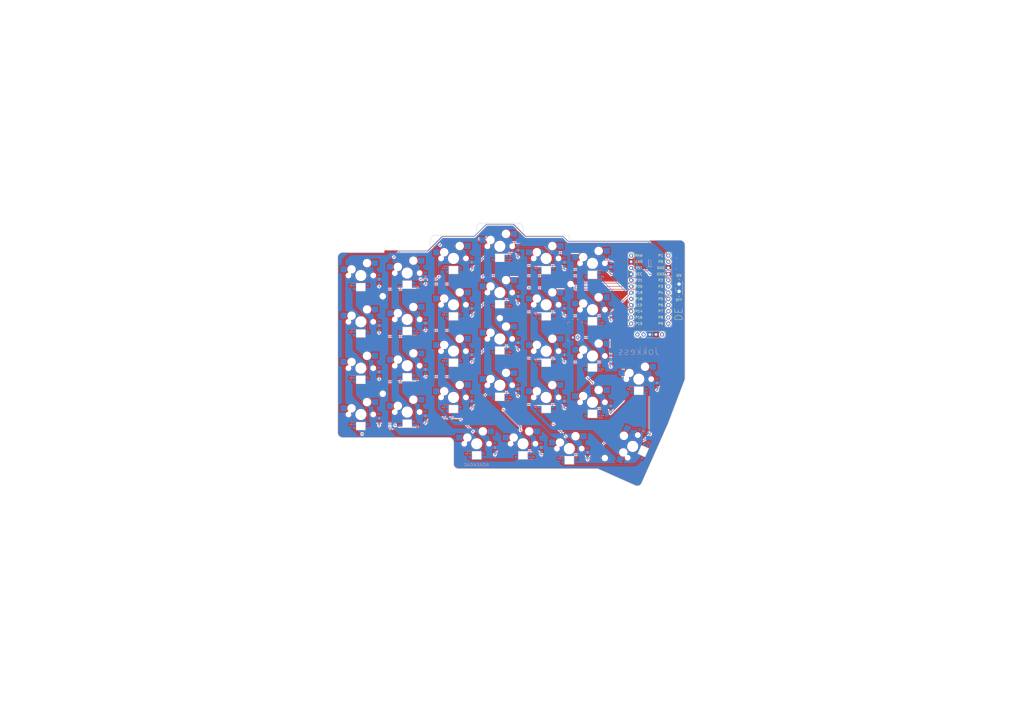
<source format=kicad_pcb>
(kicad_pcb (version 20240108) (generator "pcbnew") (generator_version "8.0")
  (title_block (title "left") (date "2024-12-26") (rev "0.1") (company "jokkess"))
  (layers (0 "F.Cu" signal) (31 "B.Cu" signal) (34 "B.Paste" user) (35 "F.Paste" user) (36 "B.SilkS" user "B.Silkscreen") (37 "F.SilkS" user "F.Silkscreen") (38 "B.Mask" user) (39 "F.Mask" user) (44 "Edge.Cuts" user))
  (net 0 "")
  (net 1 "P1")
  (net 2 "outer_bottom")
  (net 3 "GND")
  (net 4 "outer_home")
  (net 5 "outer_top")
  (net 6 "outer_number")
  (net 7 "P0")
  (net 8 "pinky_bottom")
  (net 9 "pinky_home")
  (net 10 "pinky_top")
  (net 11 "pinky_number")
  (net 12 "P2")
  (net 13 "ring_bottom")
  (net 14 "ring_home")
  (net 15 "ring_top")
  (net 16 "ring_number")
  (net 17 "P3")
  (net 18 "middle_bottom")
  (net 19 "middle_home")
  (net 20 "middle_top")
  (net 21 "middle_number")
  (net 22 "P4")
  (net 23 "index_bottom")
  (net 24 "index_home")
  (net 25 "index_top")
  (net 26 "index_number")
  (net 27 "P20")
  (net 28 "inner_bottom")
  (net 29 "inner_home")
  (net 30 "inner_top")
  (net 31 "inner_number")
  (net 32 "near_bottom")
  (net 33 "home_bottom")
  (net 34 "far_bottom")
  (net 35 "double_bottom")
  (net 36 "main_main")
  (net 37 "VCC")
  (net 38 "LED_26")
  (net 39 "LED_25")
  (net 40 "LED_27")
  (net 41 "LED_28")
  (net 42 "LED_29")
  (net 43 "LED_18")
  (net 44 "LED_17")
  (net 45 "LED_19")
  (net 46 "LED_20")
  (net 47 "LED_21")
  (net 48 "LED_8")
  (net 49 "LED_7")
  (net 50 "LED_9")
  (net 51 "LED_10")
  (net 52 "LED_11")
  (net 53 "LED_16")
  (net 54 "LED_6")
  (net 55 "LED_5")
  (net 56 "LED_4")
  (net 57 "LED_24")
  (net 58 "LED_23")
  (net 59 "LED_22")
  (net 60 "LED_15")
  (net 61 "LED_14")
  (net 62 "LED_13")
  (net 63 "LED_12")
  (net 64 "LED_3")
  (net 65 "LED_2")
  (net 66 "LED_1")
  (net 67 "LED_0")
  (net 68 "RAW")
  (net 69 "RST")
  (net 70 "P21")
  (net 71 "P19")
  (net 72 "P18")
  (net 73 "P14")
  (net 74 "P16")
  (net 75 "P10")
  (net 76 "P5")
  (net 77 "P6")
  (net 78 "P7")
  (net 79 "P8")
  (net 80 "P9")
  (net 81 "pos")
  (footprint "ceoloide:mounting_hole_npth" (layer "F.Cu") (at 157 121.5)
    (property "Reference" "MH3" (hide yes))
    (property "Value" "")
  )
  (footprint "ceoloide:mounting_hole_npth" (layer "F.Cu") (at 205 130.5)
    (property "Reference" "MH5" (hide yes))
    (property "Value" "")
  )
  (footprint "ceoloide:power_switch_smd_side" (layer "F.Cu") (at 278.5 118)
    (property "Reference" "PWR1" (hide yes))
    (property "Value" "")
  )
  (footprint "ceoloide:mounting_hole_npth" (layer "F.Cu") (at 248.074234 187.864648 66)
    (property "Reference" "MH1" (hide yes))
    (property "Value" "")
  )
  (footprint "ceoloide:mcu_supermini_nrf52840" (layer "F.Cu") (at 266.5 117.5)
    (property "Reference" "MCU1" (hide yes))
    (property "Value" "")
  )
  (footprint "ceoloide:display_nice_view" (layer "F.Cu") (at 266.5 120.5)
    (property "Reference" "DISP1" (hide yes))
    (property "Value" "")
  )
  (footprint "ceoloide:reset_switch_smd_side" (layer "F.Cu") (at 279 108 -90)
    (property "Reference" "RST1" (hide yes))
    (property "Value" "")
  )
  (footprint "ceoloide:mounting_hole_npth" (layer "F.Cu") (at 157 161.5)
    (property "Reference" "MH2" (hide yes))
    (property "Value" "")
  )
  (footprint "ceoloide:mounting_hole_npth" (layer "F.Cu") (at 234 116.5)
    (property "Reference" "MH4" (hide yes))
    (property "Value" "")
  )
  (footprint "ceoloide:led_SK6812mini-e (per-keysingle-side)" (layer "B.Cu") (at 186 110.75)
    (property "Reference" "LED8" (hide yes))
    (property "Value" "")
    (fp_rect (start -1.8 -1.55) (end 1.8 1.55) (stroke (width 0.12)) (fill none) (layer "Edge.Cuts"))
  )
  (footprint "ceoloide:led_SK6812mini-e (per-keysingle-side)" (layer "B.Cu") (at 243 150.75 180)
    (property "Reference" "LED25" (hide yes))
    (property "Value" "")
    (fp_rect (start -1.8 -1.55) (end 1.8 1.55) (stroke (width 0.12)) (fill none) (layer "Edge.Cuts"))
  )
  (footprint "ceoloide:switch_mx" (layer "B.Cu") (at 262 155.5)
    (property "Reference" "S29" (hide yes))
    (property "Value" "")
  )
  (footprint "ceoloide:diode_tht_sod123" (layer "B.Cu") (at 174.5 113.5 90)
    (property "Reference" "D8" (hide yes))
    (property "Value" "")
  )
  (footprint "ceoloide:led_SK6812mini-e (per-keysingle-side)" (layer "B.Cu") (at 148 155.75)
    (property "Reference" "LED2" (hide yes))
    (property "Value" "")
    (fp_rect (start -1.8 -1.55) (end 1.8 1.55) (stroke (width 0.12)) (fill none) (layer "Edge.Cuts"))
  )
  (footprint "ceoloide:diode_tht_sod123" (layer "B.Cu") (at 155.5 114.5 90)
    (property "Reference" "D4" (hide yes))
    (property "Value" "")
  )
  (footprint "ceoloide:diode_tht_sod123" (layer "B.Cu") (at 212.5 102.5 90)
    (property "Reference" "D16" (hide yes))
    (property "Value" "")
  )
  (footprint "ceoloide:diode_tht_sod123" (layer "B.Cu") (at 203 183.5 90)
    (property "Reference" "D25" (hide yes))
    (property "Value" "")
  )
  (footprint "ceoloide:led_SK6812mini-e (per-keysingle-side)" (layer "B.Cu") (at 186 167.75)
    (property "Reference" "LED5" (hide yes))
    (property "Value" "")
    (fp_rect (start -1.8 -1.55) (end 1.8 1.55) (stroke (width 0.12)) (fill none) (layer "Edge.Cuts"))
  )
  (footprint "ceoloide:switch_mx" (layer "B.Cu") (at 148 151)
    (property "Reference" "S2" (hide yes))
    (property "Value" "")
  )
  (footprint "ceoloide:diode_tht_sod123" (layer "B.Cu") (at 193.5 126.5 90)
    (property "Reference" "D11" (hide yes))
    (property "Value" "")
  )
  (footprint "ceoloide:diode_tht_sod123" (layer "B.Cu") (at 263.920843 176.858514 156)
    (property "Reference" "D28" (hide yes))
    (property "Value" "")
  )
  (footprint "ceoloide:switch_mx" (layer "B.Cu") (at 167 112)
    (property "Reference" "S8" (hide yes))
    (property "Value" "")
  )
  (footprint "ceoloide:switch_mx" (layer "B.Cu") (at 243 146)
    (property "Reference" "S22" (hide yes))
    (property "Value" "")
  )
  (footprint "ceoloide:switch_mx" (layer "B.Cu") (at 243 165)
    (property "Reference" "S21" (hide yes))
    (property "Value" "")
  )
  (footprint "ceoloide:led_SK6812mini-e (per-keysingle-side)" (layer "B.Cu") (at 224 148.75)
    (property "Reference" "LED10" (hide yes))
    (property "Value" "")
    (fp_rect (start -1.8 -1.55) (end 1.8 1.55) (stroke (width 0.12)) (fill none) (layer "Edge.Cuts"))
  )
  (footprint "ceoloide:diode_tht_sod123" (layer "B.Cu") (at 231.5 145.5 90)
    (property "Reference" "D18" (hide yes))
    (property "Value" "")
  )
  (footprint "ceoloide:led_SK6812mini-e (per-keysingle-side)" (layer "B.Cu") (at 233.5 188.75)
    (property "Reference" "LED14" (hide yes))
    (property "Value" "")
    (fp_rect (start -1.8 -1.55) (end 1.8 1.55) (stroke (width 0.12)) (fill none) (layer "Edge.Cuts"))
  )
  (footprint "ceoloide:switch_mx" (layer "B.Cu") (at 167 131)
    (property "Reference" "S7" (hide yes))
    (property "Value" "")
  )
  (footprint "ceoloide:led_SK6812mini-e (per-keysingle-side)" (layer "B.Cu") (at 148 117.75)
    (property "Reference" "LED4" (hide yes))
    (property "Value" "")
    (fp_rect (start -1.8 -1.55) (end 1.8 1.55) (stroke (width 0.12)) (fill none) (layer "Edge.Cuts"))
  )
  (footprint "ceoloide:diode_tht_sod123" (layer "B.Cu") (at 250.5 128.5 90)
    (property "Reference" "D23" (hide yes))
    (property "Value" "")
  )
  (footprint "ceoloide:diode_tht_sod123" (layer "B.Cu") (at 231.5 126.5 90)
    (property "Reference" "D19" (hide yes))
    (property "Value" "")
  )
  (footprint "ceoloide:led_SK6812mini-e (per-keysingle-side)" (layer "B.Cu") (at 186 148.75)
    (property "Reference" "LED6" (hide yes))
    (property "Value" "")
    (fp_rect (start -1.8 -1.55) (end 1.8 1.55) (stroke (width 0.12)) (fill none) (layer "Edge.Cuts"))
  )
  (footprint "ceoloide:switch_mx" (layer "B.Cu") (at 233.5 184)
    (property "Reference" "S27" (hide yes))
    (property "Value" "")
  )
  (footprint "ceoloide:switch_mx" (layer "B.Cu") (at 214.5 182)
    (property "Reference" "S26" (hide yes))
    (property "Value" "")
  )
  (footprint "ceoloide:switch_mx" (layer "B.Cu") (at 224 144)
    (property "Reference" "S18" (hide yes))
    (property "Value" "")
  )
  (footprint "ceoloide:diode_tht_sod123" (layer "B.Cu") (at 250.5 147.5 90)
    (property "Reference" "D22" (hide yes))
    (property "Value" "")
  )
  (footprint "ceoloide:diode_tht_sod123" (layer "B.Cu") (at 222 183.5 90)
    (property "Reference" "D26" (hide yes))
    (property "Value" "")
  )
  (footprint "ceoloide:switch_mx" (layer "B.Cu") (at 224 106)
    (property "Reference" "S20" (hide yes))
    (property "Value" "")
  )
  (footprint "ceoloide:led_SK6812mini-e (per-keysingle-side)" (layer "B.Cu") (at 205 105.75 180)
    (property "Reference" "LED23" (hide yes))
    (property "Value" "")
    (fp_rect (start -1.8 -1.55) (end 1.8 1.55) (stroke (width 0.12)) (fill none) (layer "Edge.Cuts"))
  )
  (footprint "ceoloide:switch_mx" (layer "B.Cu") (at 224 163)
    (property "Reference" "S17" (hide yes))
    (property "Value" "")
  )
  (footprint "ceoloide:diode_tht_sod123" (layer "B.Cu") (at 241 185.5 90)
    (property "Reference" "D27" (hide yes))
    (property "Value" "")
  )
  (footprint "ceoloide:led_SK6812mini-e (per-keysingle-side)" (layer "B.Cu") (at 186 129.75)
    (property "Reference" "LED7" (hide yes))
    (property "Value" "")
    (fp_rect (start -1.8 -1.55) (end 1.8 1.55) (stroke (width 0.12)) (fill none) (layer "Edge.Cuts"))
  )
  (footprint "ceoloide:led_SK6812mini-e (per-keysingle-side)" (layer "B.Cu") (at 263.839341 185.031999 -114)
    (property "Reference" "LED29" (hide yes))
    (property "Value" "")
    (fp_poly (pts (xy -1.8 -1.55) (xy 1.8 -1.550001) (xy 1.8 1.55) (xy -1.8 1.550001)) (stroke (width 0.12)) (fill none) (layer "Edge.Cuts"))
  )
  (footprint "ceoloide:diode_tht_sod123" (layer "B.Cu") (at 193.5 164.5 90)
    (property "Reference" "D9" (hide yes))
    (property "Value" "")
  )
  (footprint "ceoloide:switch_mx" (layer "B.Cu") (at 167 150)
    (property "Reference" "S6" (hide yes))
    (property "Value" "")
  )
  (footprint "ceoloide:led_SK6812mini-e (per-keysingle-side)" (layer "B.Cu") (at 167 116.75 180)
    (property "Reference" "LED19" (hide yes))
    (property "Value" "")
    (fp_rect (start -1.8 -1.55) (end 1.8 1.55) (stroke (width 0.12)) (fill none) (layer "Edge.Cuts"))
  )
  (footprint "ceoloide:diode_tht_sod123" (layer "B.Cu") (at 212.5 140.5 90)
    (property "Reference" "D14" (hide yes))
    (property "Value" "")
  )
  (footprint "ceoloide:switch_mx" (layer "B.Cu") (at 195.5 182)
    (property "Reference" "S25" (hide yes))
    (property "Value" "")
  )
  (footprint "ceoloide:diode_tht_sod123" (layer "B.Cu") (at 174.5 132.5 90)
    (property "Reference" "D7" (hide yes))
    (property "Value" "")
  )
  (footprint "ceoloide:switch_mx" (layer "B.Cu") (at 148 113)
    (property "Reference" "S4" (hide yes))
    (property "Value" "")
  )
  (footprint "ceoloide:diode_tht_sod123" (layer "B.Cu") (at 269.5 157 90)
    (property "Reference" "D29" (hide yes))
    (property "Value" "")
  )
  (footprint "ceoloide:diode_tht_sod123" (layer "B.Cu") (at 155.5 171.5 90)
    (property "Reference" "D1" (hide yes))
    (property "Value" "")
  )
  (footprint "ceoloide:switch_mx" (layer "B.Cu") (at 186 144)
    (property "Reference" "S10" (hide yes))
    (property "Value" "")
  )
  (footprint "ceoloide:switch_mx" (layer "B.Cu") (at 186 163)
    (property "Reference" "S9" (hide yes))
    (property "Value" "")
  )
  (footprint "ceoloide:led_SK6812mini-e (per-keysingle-side)" (layer "B.Cu") (at 214.5 186.75 180)
    (property "Reference" "LED28" (hide yes))
    (property "Value" "")
    (fp_rect (start -1.8 -1.55) (end 1.8 1.55) (stroke (width 0.12)) (fill none) (layer "Edge.Cuts"))
  )
  (footprint "ceoloide:led_SK6812mini-e (per-keysingle-side)" (layer "B.Cu") (at 195.5 186.75)
    (property "Reference" "LED13" (hide yes))
    (property "Value" "")
    (fp_rect (start -1.8 -1.55) (end 1.8 1.55) (stroke (width 0.12)) (fill none) (layer "Edge.Cuts"))
  )
  (footprint "ceoloide:diode_tht_sod123" (layer "B.Cu") (at 174.5 151.5 90)
    (property "Reference" "D6" (hide yes))
    (property "Value" "")
  )
  (footprint "ceoloide:switch_mx" (layer "B.Cu") (at 186 106)
    (property "Reference" "S12" (hide yes))
    (property "Value" "")
  )
  (footprint "ceoloide:led_SK6812mini-e (per-keysingle-side)" (layer "B.Cu") (at 224 129.75)
    (property "Reference" "LED11" (hide yes))
    (property "Value" "")
    (fp_rect (start -1.8 -1.55) (end 1.8 1.55) (stroke (width 0.12)) (fill none) (layer "Edge.Cuts"))
  )
  (footprint "ceoloide:led_SK6812mini-e (per-keysingle-side)" (layer "B.Cu") (at 224 167.75)
    (property "Reference" "LED9" (hide yes))
    (property "Value" "")
    (fp_rect (start -1.8 -1.55) (end 1.8 1.55) (stroke (width 0.12)) (fill none) (layer "Edge.Cuts"))
  )
  (footprint "ceoloide:diode_tht_sod123" (layer "B.Cu") (at 193.5 145.5 90)
    (property "Reference" "D10" (hide yes))
    (property "Value" "")
  )
  (footprint "ceoloide:diode_tht_sod123" (layer "B.Cu") (at 250.5 166.5 90)
    (property "Reference" "D21" (hide yes))
    (property "Value" "")
  )
  (footprint "ceoloide:switch_mx" (layer "B.Cu") (at 148 132)
    (property "Reference" "S3" (hide yes))
    (property "Value" "")
  )
  (footprint "ceoloide:diode_tht_sod123" (layer "B.Cu") (at 174.5 170.5 90)
    (property "Reference" "D5" (hide yes))
    (property "Value" "")
  )
  (footprint "ceoloide:led_SK6812mini-e (per-keysingle-side)" (layer "B.Cu") (at 205 162.75 180)
    (property "Reference" "LED20" (hide yes))
    (property "Value" "")
    (fp_rect (start -1.8 -1.55) (end 1.8 1.55) (stroke (width 0.12)) (fill none) (layer "Edge.Cuts"))
  )
  (footprint "ceoloide:switch_mx" (layer "B.Cu") (at 224 125)
    (property "Reference" "S19" (hide yes))
    (property "Value" "")
  )
  (footprint "ceoloide:led_SK6812mini-e (per-keysingle-side)" (layer "B.Cu") (at 148 136.75)
    (property "Reference" "LED3" (hide yes))
    (property "Value" "")
    (fp_rect (start -1.8 -1.55) (end 1.8 1.55) (stroke (width 0.12)) (fill none) (layer "Edge.Cuts"))
  )
  (footprint "ceoloide:switch_mx" (layer "B.Cu") (at 243 108)
    (property "Reference" "S24" (hide yes))
    (property "Value" "")
  )
  (footprint "ceoloide:led_SK6812mini-e (per-keysingle-side)" (layer "B.Cu") (at 148 174.75)
    (property "Reference" "LED1" (hide yes))
    (property "Value" "")
    (fp_rect (start -1.8 -1.55) (end 1.8 1.55) (stroke (width 0.12)) (fill none) (layer "Edge.Cuts"))
  )
  (footprint "ceoloide:diode_tht_sod123" (layer "B.Cu") (at 250.5 109.5 90)
    (property "Reference" "D24" (hide yes))
    (property "Value" "")
  )
  (footprint "ceoloide:diode_tht_sod123" (layer "B.Cu") (at 231.5 107.5 90)
    (property "Reference" "D20" (hide yes))
    (property "Value" "")
  )
  (footprint "ceoloide:led_SK6812mini-e (per-keysingle-side)" (layer "B.Cu") (at 167 173.75 180)
    (property "Reference" "LED16" (hide yes))
    (property "Value" "")
    (fp_rect (start -1.8 -1.55) (end 1.8 1.55) (stroke (width 0.12)) (fill none) (layer "Edge.Cuts"))
  )
  (footprint "ceoloide:diode_tht_sod123" (layer "B.Cu") (at 155.5 133.5 90)
    (property "Reference" "D3" (hide yes))
    (property "Value" "")
  )
  (footprint "ceoloide:switch_mx" (layer "B.Cu") (at 148 170)
    (property "Reference" "S1" (hide yes))
    (property "Value" "")
  )
  (footprint "ceoloide:led_SK6812mini-e (per-keysingle-side)" (layer "B.Cu") (at 205 124.75 180)
    (property "Reference" "LED22" (hide yes))
    (property "Value" "")
    (fp_rect (start -1.8 -1.55) (end 1.8 1.55) (stroke (width 0.12)) (fill none) (layer "Edge.Cuts"))
  )
  (footprint "ceoloide:led_SK6812mini-e (per-keysingle-side)" (layer "B.Cu") (at 205 143.75 180)
    (property "Reference" "LED21" (hide yes))
    (property "Value" "")
    (fp_rect (start -1.8 -1.55) (end 1.8 1.55) (stroke (width 0.12)) (fill none) (layer "Edge.Cuts"))
  )
  (footprint "ceoloide:switch_mx" (layer "B.Cu") (at 205 101)
    (property "Reference" "S16" (hide yes))
    (property "Value" "")
  )
  (footprint "ceoloide:led_SK6812mini-e (per-keysingle-side)" (layer "B.Cu") (at 167 135.75 180)
    (property "Reference" "LED18" (hide yes))
    (property "Value" "")
    (fp_rect (start -1.8 -1.55) (end 1.8 1.55) (stroke (width 0.12)) (fill none) (layer "Edge.Cuts"))
  )
  (footprint "ceoloide:diode_tht_sod123" (layer "B.Cu") (at 231.5 164.5 90)
    (property "Reference" "D17" (hide yes))
    (property "Value" "")
  )
  (footprint "ceoloide:switch_mx" (layer "B.Cu") (at 186 125)
    (property "Reference" "S11" (hide yes))
    (property "Value" "")
  )
  (footprint "ceoloide:diode_tht_sod123" (layer "B.Cu") (at 155.5 152.5 90)
    (property "Reference" "D2" (hide yes))
    (property "Value" "")
  )
  (footprint "ceoloide:switch_mx" (layer "B.Cu") (at 259.5 183.1 66)
    (property "Reference" "S28" (hide yes))
    (property "Value" "")
  )
  (footprint "ceoloide:diode_tht_sod123" (layer "B.Cu") (at 212.5 121.5 90)
    (property "Reference" "D15" (hide yes))
    (property "Value" "")
  )
  (footprint "ceoloide:switch_mx" (layer "B.Cu") (at 243 127)
    (property "Reference" "S23" (hide yes))
    (property "Value" "")
  )
  (footprint "ceoloide:switch_mx" (layer "B.Cu") (at 205 158)
    (property "Reference" "S13" (hide yes))
    (property "Value" "")
  )
  (footprint "ceoloide:switch_mx" (layer "B.Cu") (at 167 169)
    (property "Reference" "S5" (hide yes))
    (property "Value" "")
  )
  (footprint "ceoloide:led_SK6812mini-e (per-keysingle-side)" (layer "B.Cu") (at 243 112.75 180)
    (property "Reference" "LED27" (hide yes))
    (property "Value" "")
    (fp_rect (start -1.8 -1.55) (end 1.8 1.55) (stroke (width 0.12)) (fill none) (layer "Edge.Cuts"))
  )
  (footprint "ceoloide:diode_tht_sod123" (layer "B.Cu") (at 212.5 159.5 90)
    (property "Reference" "D13" (hide yes))
    (property "Value" "")
  )
  (footprint "ceoloide:switch_mx" (layer "B.Cu") (at 205 120)
    (property "Reference" "S15" (hide yes))
    (property "Value" "")
  )
  (footprint "ceoloide:led_SK6812mini-e (per-keysingle-side)" (layer "B.Cu") (at 243 169.75 180)
    (property "Reference" "LED24" (hide yes))
    (property "Value" "")
    (fp_rect (start -1.8 -1.55) (end 1.8 1.55) (stroke (width 0.12)) (fill none) (layer "Edge.Cuts"))
  )
  (footprint "ceoloide:switch_mx" (layer "B.Cu") (at 205 139)
    (property "Reference" "S14" (hide yes))
    (property "Value" "")
  )
  (footprint "ceoloide:battery_connector_jst_ph_2" (layer "B.Cu") (at 235.95 138.4 180)
    (property "Reference" "JST1" (hide yes))
    (property "Value" "")
  )
  (footprint "ceoloide:led_SK6812mini-e (per-keysingle-side)" (layer "B.Cu") (at 224 110.75)
    (property "Reference" "LED12" (hide yes))
    (property "Value" "")
    (fp_rect (start -1.8 -1.55) (end 1.8 1.55) (stroke (width 0.12)) (fill none) (layer "Edge.Cuts"))
  )
  (footprint "ceoloide:diode_tht_sod123" (layer "B.Cu") (at 193.5 107.5 90)
    (property "Reference" "D12" (hide yes))
    (property "Value" "")
  )
  (footprint "ceoloide:led_SK6812mini-e (per-keysingle-side)" (layer "B.Cu") (at 243 131.75 180)
    (property "Reference" "LED26" (hide yes))
    (property "Value" "")
    (fp_rect (start -1.8 -1.55) (end 1.8 1.55) (stroke (width 0.12)) (fill none) (layer "Edge.Cuts"))
  )
  (footprint "ceoloide:led_SK6812mini-e (per-keysingle-side)" (layer "B.Cu") (at 167 154.75 180)
    (property "Reference" "LED17" (hide yes))
    (property "Value" "")
    (fp_rect (start -1.8 -1.55) (end 1.8 1.55) (stroke (width 0.12)) (fill none) (layer "Edge.Cuts"))
  )
  (footprint "ceoloide:led_SK6812mini-e (per-keysingle-side)" (layer "B.Cu") (at 262 160.25)
    (property "Reference" "LED15" (hide yes))
    (property "Value" "")
    (fp_rect (start -1.8 -1.55) (end 1.8 1.55) (stroke (width 0.12)) (fill none) (layer "Edge.Cuts"))
  )
  (gr_arc (start 273.994253 173.894581) (mid 273.973982 173.945687) (end 273.952311 173.996215) (stroke (width 0.15)) (layer "Edge.Cuts"))
  (gr_line (start 186 190.250136) (end 186 181.5) (stroke (width 0.15)) (layer "Edge.Cuts"))
  (gr_line (start 234 98.5) (end 279 98.5) (stroke (width 0.15)) (layer "Edge.Cuts"))
  (gr_line (start 260.555594 199.168548) (end 245.413616 192.426905) (stroke (width 0.15)) (layer "Edge.Cuts"))
  (gr_arc (start 157.5 103.25) (mid 157.426777 103.426777) (end 157.25 103.5) (stroke (width 0.15)) (layer "Edge.Cuts"))
  (gr_arc (start 176.5 98.5) (mid 177.085786 97.085786) (end 178.5 96.5) (stroke (width 0.15)) (layer "Edge.Cuts"))
  (gr_arc (start 279 98.5) (mid 280.414214 99.085786) (end 281 100.5) (stroke (width 0.15)) (layer "Edge.Cuts"))
  (gr_arc (start 216.5 96.5) (mid 215.085786 95.914214) (end 214.5 94.5) (stroke (width 0.15)) (layer "Edge.Cuts"))
  (gr_arc (start 140.5 179.5) (mid 139.085786 178.914214) (end 138.5 177.5) (stroke (width 0.15)) (layer "Edge.Cuts"))
  (gr_line (start 140.5 103.5) (end 157.25 103.5) (stroke (width 0.15)) (layer "Edge.Cuts"))
  (gr_line (start 281 100.5) (end 281 155.132033) (stroke (width 0.15)) (layer "Edge.Cuts"))
  (gr_arc (start 233 96.5) (mid 233.353553 96.646447) (end 233.5 97) (stroke (width 0.15)) (layer "Edge.Cuts"))
  (gr_arc (start 195.5 94.5) (mid 194.914214 95.914214) (end 193.5 96.5) (stroke (width 0.15)) (layer "Edge.Cuts"))
  (gr_line (start 195.5 94.5) (end 195.5 93.5) (stroke (width 0.15)) (layer "Edge.Cuts"))
  (gr_arc (start 281 155.132033) (mid 280.96698 155.493925) (end 280.869033 155.843872) (stroke (width 0.15)) (layer "Edge.Cuts"))
  (gr_line (start 216.5 96.5) (end 233 96.5) (stroke (width 0.15)) (layer "Edge.Cuts"))
  (gr_line (start 273.952311 173.996215) (end 263.196158 198.15493) (stroke (width 0.15)) (layer "Edge.Cuts"))
  (gr_arc (start 263.196158 198.15493) (mid 262.085809 199.20862) (end 260.555594 199.168548) (stroke (width 0.15)) (layer "Edge.Cuts"))
  (gr_line (start 157.75 102.5) (end 174.5 102.5) (stroke (width 0.15)) (layer "Edge.Cuts"))
  (gr_line (start 280.869033 155.843872) (end 273.994253 173.894581) (stroke (width 0.15)) (layer "Edge.Cuts"))
  (gr_arc (start 244.600279 192.253996) (mid 245.01603 192.297723) (end 245.413616 192.426905) (stroke (width 0.15)) (layer "Edge.Cuts"))
  (gr_line (start 244.600279 192.253996) (end 187.999864 192.250136) (stroke (width 0.15)) (layer "Edge.Cuts"))
  (gr_arc (start 187.999864 192.250136) (mid 186.585726 191.664304) (end 186 190.250136) (stroke (width 0.15)) (layer "Edge.Cuts"))
  (gr_line (start 184 179.5) (end 140.5 179.5) (stroke (width 0.15)) (layer "Edge.Cuts"))
  (gr_arc (start 157.5 102.75) (mid 157.573223 102.573223) (end 157.75 102.5) (stroke (width 0.15)) (layer "Edge.Cuts"))
  (gr_line (start 138.5 177.5) (end 138.5 105.5) (stroke (width 0.15)) (layer "Edge.Cuts"))
  (gr_line (start 214.5 93.5) (end 214.5 94.5) (stroke (width 0.15)) (layer "Edge.Cuts"))
  (gr_arc (start 184 179.5) (mid 185.414214 180.085786) (end 186 181.5) (stroke (width 0.15)) (layer "Edge.Cuts"))
  (gr_line (start 178.5 96.5) (end 193.5 96.5) (stroke (width 0.15)) (layer "Edge.Cuts"))
  (gr_line (start 197.5 91.5) (end 212.5 91.5) (stroke (width 0.15)) (layer "Edge.Cuts"))
  (gr_arc (start 212.5 91.5) (mid 213.914214 92.085786) (end 214.5 93.5) (stroke (width 0.15)) (layer "Edge.Cuts"))
  (gr_line (start 157.5 103.25) (end 157.5 102.75) (stroke (width 0.15)) (layer "Edge.Cuts"))
  (gr_arc (start 234 98.5) (mid 233.646447 98.353553) (end 233.5 98) (stroke (width 0.15)) (layer "Edge.Cuts"))
  (gr_arc (start 195.5 93.5) (mid 196.085786 92.085786) (end 197.5 91.5) (stroke (width 0.15)) (layer "Edge.Cuts"))
  (gr_arc (start 176.5 100.5) (mid 175.914214 101.914214) (end 174.5 102.5) (stroke (width 0.15)) (layer "Edge.Cuts"))
  (gr_line (start 176.5 100.5) (end 176.5 98.5) (stroke (width 0.15)) (layer "Edge.Cuts"))
  (gr_line (start 233.5 97) (end 233.5 98) (stroke (width 0.15)) (layer "Edge.Cuts"))
  (gr_arc (start 138.5 105.5) (mid 139.085786 104.085786) (end 140.5 103.5) (stroke (width 0.15)) (layer "Edge.Cuts"))
  (gr_text "Jokkess" (at 262 144.1 0) (layer "B.SilkS") (effects (font (size 3 3)) (justify mirror)))
  (gr_text "JLCJLCJLCJLC" (at 195.5 190.55 0) (layer "B.SilkS") (effects (font (size 1 1)) (justify mirror)))
  (gr_text "L" (at 266.5 108 0) (layer "B.SilkS") (effects (font (size 3 3)) (justify mirror)))
  (gr_text "L" (at 266.5 108 0) (layer "F.SilkS") (effects (font (size 3 3))))
  (gr_text "DE" (at 278.4 128.9 90) (layer "F.SilkS") (effects (font (size 3 3))))
  (segment (start 143.5 104) (end 158.5 104) (width 0.2) (layer "B.Cu") (net 1))
  (segment (start 233 99) (end 268.32 99) (width 0.2) (layer "B.Cu") (net 1))
  (segment (start 140.915 106.585) (end 143.5 104) (width 0.2) (layer "B.Cu") (net 1))
  (segment (start 181.264476 97) (end 194.5 97) (width 0.2) (layer "B.Cu") (net 1))
  (segment (start 175.264476 103) (end 181.264476 97) (width 0.2) (layer "B.Cu") (net 1))
  (segment (start 140.915 110.46) (end 140.915 167.46) (width 0.2) (layer "B.Cu") (net 1))
  (segment (start 158.5 104) (end 159.5 103) (width 0.2) (layer "B.Cu") (net 1))
  (segment (start 210.735524 92) (end 215.735524 97) (width 0.2) (layer "B.Cu") (net 1))
  (segment (start 199.5 92) (end 210.735524 92) (width 0.2) (layer "B.Cu") (net 1))
  (segment (start 268.32 99) (end 274.12 104.8) (width 0.2) (layer "B.Cu") (net 1))
  (segment (start 140.915 110.46) (end 140.915 106.585) (width 0.2) (layer "B.Cu") (net 1))
  (segment (start 159.5 103) (end 175.264476 103) (width 0.2) (layer "B.Cu") (net 1))
  (segment (start 231 97) (end 233 99) (width 0.2) (layer "B.Cu") (net 1))
  (segment (start 194.5 97) (end 199.5 92) (width 0.2) (layer "B.Cu") (net 1))
  (segment (start 215.735524 97) (end 231 97) (width 0.2) (layer "B.Cu") (net 1))
  (segment (start 153.842 164.92) (end 153.842 168.192) (width 0.2) (layer "B.Cu") (net 2))
  (segment (start 153.842 168.192) (end 155.5 169.85) (width 0.2) (layer "B.Cu") (net 2))
  (via (at 181.5 148.05) (size 0.6) (drill 0.3) (layers "F.Cu" "B.Cu") (net 3))
  (via (at 219.5 129.05) (size 0.6) (drill 0.3) (layers "F.Cu" "B.Cu") (net 3))
  (via (at 219.5 167.05) (size 0.6) (drill 0.3) (layers "F.Cu" "B.Cu") (net 3))
  (via (at 266.309138 181.20576) (size 0.6) (drill 0.3) (layers "F.Cu" "B.Cu") (net 3))
  (via (at 229 188.05) (size 0.6) (drill 0.3) (layers "F.Cu" "B.Cu") (net 3))
  (via (at 171.5 117.45) (size 0.6) (drill 0.3) (layers "F.Cu" "B.Cu") (net 3))
  (via (at 143.5 117.05) (size 0.6) (drill 0.3) (layers "F.Cu" "B.Cu") (net 3))
  (via (at 143.5 155.05) (size 0.6) (drill 0.3) (layers "F.Cu" "B.Cu") (net 3))
  (via (at 209.5 125.45) (size 0.6) (drill 0.3) (layers "F.Cu" "B.Cu") (net 3))
  (via (at 171.5 136.45) (size 0.6) (drill 0.3) (layers "F.Cu" "B.Cu") (net 3))
  (via (at 247.5 113.45) (size 0.6) (drill 0.3) (layers "F.Cu" "B.Cu") (net 3))
  (via (at 171.5 155.45) (size 0.6) (drill 0.3) (layers "F.Cu" "B.Cu") (net 3))
  (via (at 247.5 170.45) (size 0.6) (drill 0.3) (layers "F.Cu" "B.Cu") (net 3))
  (via (at 171.5 174.45) (size 0.6) (drill 0.3) (layers "F.Cu" "B.Cu") (net 3))
  (via (at 181.5 129.05) (size 0.6) (drill 0.3) (layers "F.Cu" "B.Cu") (net 3))
  (via (at 143.5 174.05) (size 0.6) (drill 0.3) (layers "F.Cu" "B.Cu") (net 3))
  (via (at 257.5 159.55) (size 0.6) (drill 0.3) (layers "F.Cu" "B.Cu") (net 3))
  (via (at 143.5 136.05) (size 0.6) (drill 0.3) (layers "F.Cu" "B.Cu") (net 3))
  (via (at 181.5 110.05) (size 0.6) (drill 0.3) (layers "F.Cu" "B.Cu") (net 3))
  (via (at 181.5 167.05) (size 0.6) (drill 0.3) (layers "F.Cu" "B.Cu") (net 3))
  (via (at 209.5 106.45) (size 0.6) (drill 0.3) (layers "F.Cu" "B.Cu") (net 3))
  (via (at 209.5 144.45) (size 0.6) (drill 0.3) (layers "F.Cu" "B.Cu") (net 3))
  (via (at 219.5 110.05) (size 0.6) (drill 0.3) (layers "F.Cu" "B.Cu") (net 3))
  (via (at 191 186.05) (size 0.6) (drill 0.3) (layers "F.Cu" "B.Cu") (net 3))
  (via (at 219 187.45) (size 0.6) (drill 0.3) (layers "F.Cu" "B.Cu") (net 3))
  (via (at 247.5 151.45) (size 0.6) (drill 0.3) (layers "F.Cu" "B.Cu") (net 3))
  (via (at 247.5 132.45) (size 0.6) (drill 0.3) (layers "F.Cu" "B.Cu") (net 3))
  (via (at 219.5 148.05) (size 0.6) (drill 0.3) (layers "F.Cu" "B.Cu") (net 3))
  (via (at 209.5 163.45) (size 0.6) (drill 0.3) (layers "F.Cu" "B.Cu") (net 3))
  (segment (start 245.7 170.45) (end 247.5 170.45) (width 0.2) (layer "B.Cu") (net 3))
  (segment (start 207.7 163.45) (end 209.5 163.45) (width 0.2) (layer "B.Cu") (net 3))
  (segment (start 183.3 167.05) (end 181.5 167.05) (width 0.2) (layer "B.Cu") (net 3))
  (segment (start 169.7 155.45) (end 171.5 155.45) (width 0.2) (layer "B.Cu") (net 3))
  (segment (start 183.3 148.05) (end 181.5 148.05) (width 0.2) (layer "B.Cu") (net 3))
  (segment (start 217.2 187.45) (end 219 187.45) (width 0.2) (layer "B.Cu") (net 3))
  (segment (start 230.8 188.05) (end 229 188.05) (width 0.2) (layer "B.Cu") (net 3))
  (segment (start 207.7 125.45) (end 209.5 125.45) (width 0.2) (layer "B.Cu") (net 3))
  (segment (start 145.3 136.05) (end 143.5 136.05) (width 0.2) (layer "B.Cu") (net 3))
  (segment (start 221.3 129.05) (end 219.5 129.05) (width 0.2) (layer "B.Cu") (net 3))
  (segment (start 183.3 148.05) (end 181.5 148.05) (width 0.2) (layer "B.Cu") (net 3))
  (segment (start 259.3 159.55) (end 257.5 159.55) (width 0.2) (layer "B.Cu") (net 3))
  (segment (start 265.577012 182.850142) (end 266.309138 181.20576) (width 0.2) (layer "B.Cu") (net 3))
  (segment (start 221.3 110.05) (end 219.5 110.05) (width 0.2) (layer "B.Cu") (net 3))
  (segment (start 169.7 136.45) (end 171.5 136.45) (width 0.2) (layer "B.Cu") (net 3))
  (segment (start 183.3 167.05) (end 181.5 167.05) (width 0.2) (layer "B.Cu") (net 3))
  (segment (start 259.3 159.55) (end 257.5 159.55) (width 0.2) (layer "B.Cu") (net 3))
  (segment (start 145.3 155.05) (end 143.5 155.05) (width 0.2) (layer "B.Cu") (net 3))
  (segment (start 145.3 174.05) (end 143.5 174.05) (width 0.2) (layer "B.Cu") (net 3))
  (segment (start 221.3 167.05) (end 219.5 167.05) (width 0.2) (layer "B.Cu") (net 3))
  (segment (start 245.7 113.45) (end 247.5 113.45) (width 0.2) (layer "B.Cu") (net 3))
  (segment (start 260.03 108.49) (end 260.03 125.596346) (width 0.2) (layer "B.Cu") (net 3))
  (segment (start 245.7 132.45) (end 247.5 132.45) (width 0.2) (layer "B.Cu") (net 3))
  (segment (start 183.3 129.05) (end 181.5 129.05) (width 0.2) (layer "B.Cu") (net 3))
  (segment (start 183.3 129.05) (end 181.5 129.05) (width 0.2) (layer "B.Cu") (net 3))
  (segment (start 207.7 125.45) (end 209.5 125.45) (width 0.2) (layer "B.Cu") (net 3))
  (segment (start 169.7 174.45) (end 171.5 174.45) (width 0.2) (layer "B.Cu") (net 3))
  (segment (start 258.5 126.5) (end 247.5 115.5) (width 0.2) (layer "B.Cu") (net 3))
  (segment (start 169.7 174.45) (end 171.5 174.45) (width 0.2) (layer "B.Cu") (net 3))
  (segment (start 245.7 170.45) (end 247.5 170.45) (width 0.2) (layer "B.Cu") (net 3))
  (segment (start 145.3 136.05) (end 143.5 136.05) (width 0.2) (layer "B.Cu") (net 3))
  (segment (start 260.03 125.596346) (end 259.126346 126.5) (width 0.2) (layer "B.Cu") (net 3))
  (segment (start 169.7 117.45) (end 171.5 117.45) (width 0.2) (layer "B.Cu") (net 3))
  (segment (start 192.8 186.05) (end 191 186.05) (width 0.2) (layer "B.Cu") (net 3))
  (segment (start 245.7 151.45) (end 247.5 151.45) (width 0.2) (layer "B.Cu") (net 3))
  (segment (start 221.3 110.05) (end 219.5 110.05) (width 0.2) (layer "B.Cu") (net 3))
  (segment (start 145.3 155.05) (end 143.5 155.05) (width 0.2) (layer "B.Cu") (net 3))
  (segment (start 145.3 117.05) (end 143.5 117.05) (width 0.2) (layer "B.Cu") (net 3))
  (segment (start 169.7 117.45) (end 171.5 117.45) (width 0.2) (layer "B.Cu") (net 3))
  (segment (start 259.126346 126.5) (end 258.5 126.5) (width 0.2) (layer "B.Cu") (net 3))
  (segment (start 258.88 107.34) (end 260.03 108.49) (width 0.2) (layer "B.Cu") (net 3))
  (segment (start 230.8 188.05) (end 229 188.05) (width 0.2) (layer "B.Cu") (net 3))
  (segment (start 207.7 144.45) (end 209.5 144.45) (width 0.2) (layer "B.Cu") (net 3))
  (segment (start 245.7 132.45) (end 247.5 132.45) (width 0.2) (layer "B.Cu") (net 3))
  (segment (start 221.3 148.05) (end 219.5 148.05) (width 0.2) (layer "B.Cu") (net 3))
  (segment (start 247.5 115.5) (end 247.5 113.45) (width 0.2) (layer "B.Cu") (net 3))
  (segment (start 207.7 163.45) (end 209.5 163.45) (width 0.2) (layer "B.Cu") (net 3))
  (segment (start 183.3 110.05) (end 181.5 110.05) (width 0.2) (layer "B.Cu") (net 3))
  (segment (start 145.3 174.05) (end 143.5 174.05) (width 0.2) (layer "B.Cu") (net 3))
  (segment (start 169.7 136.45) (end 171.5 136.45) (width 0.2) (layer "B.Cu") (net 3))
  (segment (start 221.3 167.05) (end 219.5 167.05) (width 0.2) (layer "B.Cu") (net 3))
  (segment (start 192.8 186.05) (end 191 186.05) (width 0.2) (layer "B.Cu") (net 3))
  (segment (start 169.7 155.45) (end 171.5 155.45) (width 0.2) (layer "B.Cu") (net 3))
  (segment (start 183.3 110.05) (end 181.5 110.05) (width 0.2) (layer "B.Cu") (net 3))
  (segment (start 207.7 106.45) (end 209.5 106.45) (width 0.2) (layer "B.Cu") (net 3))
  (segment (start 221.3 148.05) (end 219.5 148.05) (width 0.2) (layer "B.Cu") (net 3))
  (segment (start 245.7 113.45) (end 247.5 113.45) (width 0.2) (layer "B.Cu") (net 3))
  (segment (start 245.7 151.45) (end 247.5 151.45) (width 0.2) (layer "B.Cu") (net 3))
  (segment (start 221.3 129.05) (end 219.5 129.05) (width 0.2) (layer "B.Cu") (net 3))
  (segment (start 207.7 106.45) (end 209.5 106.45) (width 0.2) (layer "B.Cu") (net 3))
  (segment (start 145.3 117.05) (end 143.5 117.05) (width 0.2) (layer "B.Cu") (net 3))
  (segment (start 207.7 144.45) (end 209.5 144.45) (width 0.2) (layer "B.Cu") (net 3))
  (segment (start 153.842 145.92) (end 153.842 149.192) (width 0.2) (layer "B.Cu") (net 4))
  (segment (start 153.842 149.192) (end 155.5 150.85) (width 0.2) (layer "B.Cu") (net 4))
  (segment (start 153.842 130.192) (end 155.5 131.85) (width 0.2) (layer "B.Cu") (net 5))
  (segment (start 153.842 126.92) (end 153.842 130.192) (width 0.2) (layer "B.Cu") (net 5))
  (segment (start 153.842 111.192) (end 155.5 112.85) (width 0.2) (layer "B.Cu") (net 6))
  (segment (start 153.842 107.92) (end 153.842 111.192) (width 0.2) (layer "B.Cu") (net 6))
  (segment (start 199.5 92) (end 210.5 92) (width 0.2) (layer "F.Cu") (net 7))
  (segment (start 210.5 92) (end 215.5 97) (width 0.2) (layer "F.Cu") (net 7))
  (segment (start 233 99) (end 265.78 99) (width 0.2) (layer "F.Cu") (net 7))
  (segment (start 215.5 97) (end 231 97) (width 0.2) (layer "F.Cu") (net 7))
  (segment (start 161.5 105.5) (end 164 103) (width 0.2) (layer "F.Cu") (net 7))
  (segment (start 175.5 103) (end 181.5 97) (width 0.2) (layer "F.Cu") (net 7))
  (segment (start 181.5 97) (end 194.5 97) (width 0.2) (layer "F.Cu") (net 7))
  (segment (start 231 97) (end 233 99) (width 0.2) (layer "F.Cu") (net 7))
  (segment (start 194.5 97) (end 199.5 92) (width 0.2) (layer "F.Cu") (net 7))
  (segment (start 265.78 99) (end 274.12 107.34) (width 0.2) (layer "F.Cu") (net 7))
  (segment (start 164 103) (end 175.5 103) (width 0.2) (layer "F.Cu") (net 7))
  (via (at 161.5 105.5) (size 0.6) (drill 0.3) (layers "F.Cu" "B.Cu") (net 7))
  (segment (start 163.7 179.2) (end 188.155 179.2) (width 0.2) (layer "B.Cu") (net 7))
  (segment (start 159.915 109.46) (end 159.915 166.46) (width 0.2) (layer "B.Cu") (net 7))
  (segment (start 159.915 166.46) (end 159.915 175.415) (width 0.2) (layer "B.Cu") (net 7))
  (segment (start 159.915 175.415) (end 163.7 179.2) (width 0.2) (layer "B.Cu") (net 7))
  (segment (start 159.915 109.46) (end 159.915 107.085) (width 0.2) (layer "B.Cu") (net 7))
  (segment (start 188.155 179.2) (end 188.415 179.46) (width 0.2) (layer "B.Cu") (net 7))
  (segment (start 159.915 107.085) (end 161.5 105.5) (width 0.2) (layer "B.Cu") (net 7))
  (segment (start 172.842 167.192) (end 174.5 168.85) (width 0.2) (layer "B.Cu") (net 8))
  (segment (start 172.842 163.92) (end 172.842 167.192) (width 0.2) (layer "B.Cu") (net 8))
  (segment (start 172.842 144.92) (end 172.842 148.192) (width 0.2) (layer "B.Cu") (net 9))
  (segment (start 172.842 148.192) (end 174.5 149.85) (width 0.2) (layer "B.Cu") (net 9))
  (segment (start 172.842 129.192) (end 174.5 130.85) (width 0.2) (layer "B.Cu") (net 10))
  (segment (start 172.842 125.92) (end 172.842 129.192) (width 0.2) (layer "B.Cu") (net 10))
  (segment (start 172.842 106.92) (end 172.842 110.192) (width 0.2) (layer "B.Cu") (net 11))
  (segment (start 172.842 110.192) (end 174.5 111.85) (width 0.2) (layer "B.Cu") (net 11))
  (segment (start 199.028048 98) (end 200.528048 96.5) (width 0.2) (layer "F.Cu") (net 12))
  (segment (start 251.196 106.696) (end 258.31 113.81) (width 0.2) (layer "F.Cu") (net 12))
  (segment (start 208.396048 99.5) (end 222.498048 99.5) (width 0.2) (layer "F.Cu") (net 12))
  (segment (start 222.498048 99.5) (end 226.604048 103.606) (width 0.2) (layer "F.Cu") (net 12))
  (segment (start 205.396048 96.5) (end 208.396048 99.5) (width 0.2) (layer "F.Cu") (net 12))
  (segment (start 183 98) (end 199.028048 98) (width 0.2) (layer "F.Cu") (net 12))
  (segment (start 243.106 103.606) (end 246.196 106.696) (width 0.2) (layer "F.Cu") (net 12))
  (segment (start 200.528048 96.5) (end 205.396048 96.5) (width 0.2) (layer "F.Cu") (net 12))
  (segment (start 246.196 106.696) (end 251.196 106.696) (width 0.2) (layer "F.Cu") (net 12))
  (segment (start 258.31 113.81) (end 272.97 113.81) (width 0.2) (layer "F.Cu") (net 12))
  (segment (start 226.604048 103.606) (end 243.106 103.606) (width 0.2) (layer "F.Cu") (net 12))
  (segment (start 272.97 113.81) (end 274.12 114.96) (width 0.2) (layer "F.Cu") (net 12))
  (segment (start 180.5 100.5) (end 183 98) (width 0.2) (layer "F.Cu") (net 12))
  (via (at 180.5 100.5) (size 0.6) (drill 0.3) (layers "F.Cu" "B.Cu") (net 12))
  (segment (start 178.915 103.46) (end 178.915 160.46) (width 0.2) (layer "B.Cu") (net 12))
  (segment (start 178.915 167.885) (end 186.096 175.066) (width 0.2) (layer "B.Cu") (net 12))
  (segment (start 178.915 103.46) (end 178.915 102.085) (width 0.2) (layer "B.Cu") (net 12))
  (segment (start 186.096 175.066) (end 203.021 175.066) (width 0.2) (layer "B.Cu") (net 12))
  (segment (start 178.915 102.085) (end 180.5 100.5) (width 0.2) (layer "B.Cu") (net 12))
  (segment (start 178.915 160.46) (end 178.915 167.885) (width 0.2) (layer "B.Cu") (net 12))
  (segment (start 203.021 175.066) (end 207.415 179.46) (width 0.2) (layer "B.Cu") (net 12))
  (segment (start 191.842 157.92) (end 191.842 161.192) (width 0.2) (layer "B.Cu") (net 13))
  (segment (start 191.842 161.192) (end 193.5 162.85) (width 0.2) (layer "B.Cu") (net 13))
  (segment (start 191.842 142.192) (end 193.5 143.85) (width 0.2) (layer "B.Cu") (net 14))
  (segment (start 191.842 138.92) (end 191.842 142.192) (width 0.2) (layer "B.Cu") (net 14))
  (segment (start 191.842 123.192) (end 193.5 124.85) (width 0.2) (layer "B.Cu") (net 15))
  (segment (start 191.842 119.92) (end 191.842 123.192) (width 0.2) (layer "B.Cu") (net 15))
  (segment (start 191.842 100.92) (end 191.842 104.192) (width 0.2) (layer "B.Cu") (net 16))
  (segment (start 191.842 104.192) (end 193.5 105.85) (width 0.2) (layer "B.Cu") (net 16))
  (segment (start 236.566 113.066) (end 239.61 116.11) (width 0.2) (layer "F.Cu") (net 17))
  (segment (start 239.61 116.11) (end 272.73 116.11) (width 0.2) (layer "F.Cu") (net 17))
  (segment (start 272.73 116.11) (end 274.12 117.5) (width 0.2) (layer "F.Cu") (net 17))
  (segment (start 197.915 113.5) (end 198.349 113.066) (width 0.2) (layer "F.Cu") (net 17))
  (segment (start 198.349 113.066) (end 236.566 113.066) (width 0.2) (layer "F.Cu") (net 17))
  (via (at 197.915 113.5) (size 0.6) (drill 0.3) (layers "F.Cu" "B.Cu") (net 17))
  (segment (start 197.915 155.46) (end 197.915 160.865) (width 0.2) (layer "B.Cu") (net 17))
  (segment (start 197.915 98.46) (end 197.915 113.5) (width 0.2) (layer "B.Cu") (net 17))
  (segment (start 226.415 179.868) (end 226.415 181.46) (width 0.2) (layer "B.Cu") (net 17))
  (segment (start 197.915 160.865) (end 212.116 175.066) (width 0.2) (layer "B.Cu") (net 17))
  (segment (start 212.116 175.066) (end 221.613 175.066) (width 0.2) (layer "B.Cu") (net 17))
  (segment (start 221.613 175.066) (end 226.415 179.868) (width 0.2) (layer "B.Cu") (net 17))
  (segment (start 197.915 113.5) (end 197.915 155.46) (width 0.2) (layer "B.Cu") (net 17))
  (segment (start 210.842 152.92) (end 210.842 156.192) (width 0.2) (layer "B.Cu") (net 18))
  (segment (start 210.842 156.192) (end 212.5 157.85) (width 0.2) (layer "B.Cu") (net 18))
  (segment (start 210.842 137.192) (end 212.5 138.85) (width 0.2) (layer "B.Cu") (net 19))
  (segment (start 210.842 133.92) (end 210.842 137.192) (width 0.2) (layer "B.Cu") (net 19))
  (segment (start 210.842 114.92) (end 210.842 118.192) (width 0.2) (layer "B.Cu") (net 20))
  (segment (start 210.842 118.192) (end 212.5 119.85) (width 0.2) (layer "B.Cu") (net 20))
  (segment (start 210.842 99.192) (end 212.5 100.85) (width 0.2) (layer "B.Cu") (net 21))
  (segment (start 210.842 95.92) (end 210.842 99.192) (width 0.2) (layer "B.Cu") (net 21))
  (segment (start 235.566 118.066) (end 236.15 118.65) (width 0.2) (layer "F.Cu") (net 22))
  (segment (start 272.73 118.65) (end 274.12 120.04) (width 0.2) (layer "F.Cu") (net 22))
  (segment (start 236.15 118.65) (end 272.73 118.65) (width 0.2) (layer "F.Cu") (net 22))
  (segment (start 216.915 118) (end 216.981 118.066) (width 0.2) (layer "F.Cu") (net 22))
  (segment (start 216.981 118.066) (end 235.566 118.066) (width 0.2) (layer "F.Cu") (net 22))
  (via (at 216.915 118) (size 0.6) (drill 0.3) (layers "F.Cu" "B.Cu") (net 22))
  (segment (start 226.066 177.066) (end 242.824507 177.066) (width 0.2) (layer "B.Cu") (net 22))
  (segment (start 216.915 160.46) (end 216.915 167.915) (width 0.2) (layer "B.Cu") (net 22))
  (segment (start 216.915 118) (end 216.915 103.46) (width 0.2) (layer "B.Cu") (net 22))
  (segment (start 242.824507 177.066) (end 254.297865 188.539358) (width 0.2) (layer "B.Cu") (net 22))
  (segment (start 216.915 118) (end 216.915 160.46) (width 0.2) (layer "B.Cu") (net 22))
  (segment (start 216.915 167.915) (end 226.066 177.066) (width 0.2) (layer "B.Cu") (net 22))
  (segment (start 229.842 161.192) (end 231.5 162.85) (width 0.2) (layer "B.Cu") (net 23))
  (segment (start 229.842 157.92) (end 229.842 161.192) (width 0.2) (layer "B.Cu") (net 23))
  (segment (start 229.842 142.192) (end 231.5 143.85) (width 0.2) (layer "B.Cu") (net 24))
  (segment (start 229.842 138.92) (end 229.842 142.192) (width 0.2) (layer "B.Cu") (net 24))
  (segment (start 229.842 123.192) (end 231.5 124.85) (width 0.2) (layer "B.Cu") (net 25))
  (segment (start 229.842 119.92) (end 229.842 123.192) (width 0.2) (layer "B.Cu") (net 25))
  (segment (start 229.842 100.92) (end 229.842 104.192) (width 0.2) (layer "B.Cu") (net 26))
  (segment (start 229.842 104.192) (end 231.5 105.85) (width 0.2) (layer "B.Cu") (net 26))
  (segment (start 235.915 117.5) (end 258.88 117.5) (width 0.2) (layer "F.Cu") (net 27))
  (via (at 235.915 117.5) (size 0.6) (drill 0.3) (layers "F.Cu" "B.Cu") (net 27))
  (segment (start 245.415 152.96) (end 254.915 152.96) (width 0.2) (layer "B.Cu") (net 27))
  (segment (start 235.915 162.46) (end 245.415 152.96) (width 0.2) (layer "B.Cu") (net 27))
  (segment (start 235.915 117.5) (end 235.915 162.46) (width 0.2) (layer "B.Cu") (net 27))
  (segment (start 235.915 105.46) (end 235.915 117.5) (width 0.2) (layer "B.Cu") (net 27))
  (segment (start 248.842 163.192) (end 250.5 164.85) (width 0.2) (layer "B.Cu") (net 28))
  (segment (start 248.842 159.92) (end 248.842 163.192) (width 0.2) (layer "B.Cu") (net 28))
  (segment (start 248.842 144.192) (end 250.5 145.85) (width 0.2) (layer "B.Cu") (net 29))
  (segment (start 248.842 140.92) (end 248.842 144.192) (width 0.2) (layer "B.Cu") (net 29))
  (segment (start 248.842 125.192) (end 250.5 126.85) (width 0.2) (layer "B.Cu") (net 30))
  (segment (start 248.842 121.92) (end 248.842 125.192) (width 0.2) (layer "B.Cu") (net 30))
  (segment (start 248.842 106.192) (end 250.5 107.85) (width 0.2) (layer "B.Cu") (net 31))
  (segment (start 248.842 102.92) (end 248.842 106.192) (width 0.2) (layer "B.Cu") (net 31))
  (segment (start 201.342 176.92) (end 201.342 180.192) (width 0.2) (layer "B.Cu") (net 32))
  (segment (start 201.342 180.192) (end 203 181.85) (width 0.2) (layer "B.Cu") (net 32))
  (segment (start 220.342 180.192) (end 222 181.85) (width 0.2) (layer "B.Cu") (net 33))
  (segment (start 220.342 176.92) (end 220.342 180.192) (width 0.2) (layer "B.Cu") (net 33))
  (segment (start 239.342 178.92) (end 239.342 182.192) (width 0.2) (layer "B.Cu") (net 34))
  (segment (start 239.342 182.192) (end 241 183.85) (width 0.2) (layer "B.Cu") (net 34))
  (segment (start 261.922939 175.696845) (end 262.413493 176.187399) (width 0.2) (layer "B.Cu") (net 35))
  (segment (start 257.235345 175.696845) (end 261.922939 175.696845) (width 0.2) (layer "B.Cu") (net 35))
  (segment (start 267.842 150.42) (end 267.842 153.692) (width 0.2) (layer "B.Cu") (net 36))
  (segment (start 267.842 153.692) (end 269.5 155.35) (width 0.2) (layer "B.Cu") (net 36))
  (segment (start 150.7 167.701952) (end 145.3 162.301952) (width 0.2) (layer "B.Cu") (net 38))
  (segment (start 145.3 162.301952) (end 145.3 156.45) (width 0.2) (layer "B.Cu") (net 38))
  (segment (start 150.7 174.05) (end 150.7 167.701952) (width 0.2) (layer "B.Cu") (net 38))
  (segment (start 153.6 173.9) (end 149.5 178) (width 0.2) (layer "F.Cu") (net 39))
  (segment (start 149.5 178) (end 148.5 178) (width 0.2) (layer "F.Cu") (net 39))
  (segment (start 161.5 173.9) (end 153.6 173.9) (width 0.2) (layer "F.Cu") (net 39))
  (segment (start 162.05 174.45) (end 161.5 173.9) (width 0.2) (layer "F.Cu") (net 39))
  (via (at 162.05 174.45) (size 0.6) (drill 0.3) (layers "F.Cu" "B.Cu") (net 39))
  (via (at 148.5 178) (size 0.6) (drill 0.3) (layers "F.Cu" "B.Cu") (net 39))
  (segment (start 145.3 176.15) (end 145.3 175.45) (width 0.2) (layer "B.Cu") (net 39))
  (segment (start 148.5 178) (end 147.15 178) (width 0.2) (layer "B.Cu") (net 39))
  (segment (start 147.15 178) (end 145.3 176.15) (width 0.2) (layer "B.Cu") (net 39))
  (segment (start 164.3 174.45) (end 162.05 174.45) (width 0.2) (layer "B.Cu") (net 39))
  (segment (start 150.7 148.701952) (end 145.3 143.301952) (width 0.2) (layer "B.Cu") (net 40))
  (segment (start 150.7 155.05) (end 150.7 148.701952) (width 0.2) (layer "B.Cu") (net 40))
  (segment (start 145.3 143.301952) (end 145.3 137.45) (width 0.2) (layer "B.Cu") (net 40))
  (segment (start 145.3 125.900231) (end 145.3 118.45) (width 0.2) (layer "B.Cu") (net 41))
  (segment (start 150.7 131.300231) (end 145.3 125.900231) (width 0.2) (layer "B.Cu") (net 41))
  (segment (start 150.7 136.05) (end 150.7 131.300231) (width 0.2) (layer "B.Cu") (net 41))
  (segment (start 188.7 167.05) (end 188.7 160.701952) (width 0.2) (layer "B.Cu") (net 43))
  (segment (start 183.3 155.301952) (end 183.3 149.45) (width 0.2) (layer "B.Cu") (net 43))
  (segment (start 188.7 160.701952) (end 183.3 155.301952) (width 0.2) (layer "B.Cu") (net 43))
  (segment (start 194 177) (end 189 172) (width 0.2) (layer "F.Cu") (net 44))
  (via (at 189 172) (size 0.6) (drill 0.3) (layers "F.Cu" "B.Cu") (net 44))
  (via (at 194 177) (size 0.6) (drill 0.3) (layers "F.Cu" "B.Cu") (net 44))
  (segment (start 189 172) (end 186.15 172) (width 0.2) (layer "B.Cu") (net 44))
  (segment (start 198.2 186.05) (end 198.2 181.2) (width 0.2) (layer "B.Cu") (net 44))
  (segment (start 183.3 169.15) (end 183.3 168.45) (width 0.2) (layer "B.Cu") (net 44))
  (segment (start 198.2 181.2) (end 194 177) (width 0.2) (layer "B.Cu") (net 44))
  (segment (start 186.15 172) (end 183.3 169.15) (width 0.2) (layer "B.Cu") (net 44))
  (segment (start 188.7 148.05) (end 188.7 141.701952) (width 0.2) (layer "B.Cu") (net 45))
  (segment (start 183.3 136.301952) (end 183.3 130.45) (width 0.2) (layer "B.Cu") (net 45))
  (segment (start 188.7 141.701952) (end 183.3 136.301952) (width 0.2) (layer "B.Cu") (net 45))
  (segment (start 183.3 117.301952) (end 183.3 111.45) (width 0.2) (layer "B.Cu") (net 46))
  (segment (start 188.7 129.05) (end 188.7 122.701952) (width 0.2) (layer "B.Cu") (net 46))
  (segment (start 188.7 122.701952) (end 183.3 117.301952) (width 0.2) (layer "B.Cu") (net 46))
  (segment (start 180 113.5) (end 179 114.5) (width 0.2) (layer "F.Cu") (net 47))
  (segment (start 179 114.5) (end 172.5 114.5) (width 0.2) (layer "F.Cu") (net 47))
  (via (at 180 113.5) (size 0.6) (drill 0.3) (layers "F.Cu" "B.Cu") (net 47))
  (via (at 172.5 114.5) (size 0.6) (drill 0.3) (layers "F.Cu" "B.Cu") (net 47))
  (segment (start 188.7 109.35) (end 188.25 108.9) (width 0.2) (layer "B.Cu") (net 47))
  (segment (start 188.25 108.9) (end 181.6 108.9) (width 0.2) (layer "B.Cu") (net 47))
  (segment (start 170.95 116.05) (end 169.7 116.05) (width 0.2) (layer "B.Cu") (net 47))
  (segment (start 172.5 114.5) (end 170.95 116.05) (width 0.2) (layer "B.Cu") (net 47))
  (segment (start 188.7 110.05) (end 188.7 109.35) (width 0.2) (layer "B.Cu") (net 47))
  (segment (start 180 110.5) (end 180 113.5) (width 0.2) (layer "B.Cu") (net 47))
  (segment (start 181.6 108.9) (end 180 110.5) (width 0.2) (layer "B.Cu") (net 47))
  (segment (start 226.7 167.05) (end 226.7 160.701952) (width 0.2) (layer "B.Cu") (net 48))
  (segment (start 226.7 160.701952) (end 221.3 155.301952) (width 0.2) (layer "B.Cu") (net 48))
  (segment (start 221.3 155.301952) (end 221.3 149.45) (width 0.2) (layer "B.Cu") (net 48))
  (segment (start 232 179) (end 227 174) (width 0.2) (layer "F.Cu") (net 49))
  (via (at 227 174) (size 0.6) (drill 0.3) (layers "F.Cu" "B.Cu") (net 49))
  (via (at 232 179) (size 0.6) (drill 0.3) (layers "F.Cu" "B.Cu") (net 49))
  (segment (start 221.3 169.15) (end 221.3 168.45) (width 0.2) (layer "B.Cu") (net 49))
  (segment (start 232 179.100231) (end 232 179) (width 0.2) (layer "B.Cu") (net 49))
  (segment (start 236.2 188.05) (end 236.2 183.300231) (width 0.2) (layer "B.Cu") (net 49))
  (segment (start 236.2 183.300231) (end 232 179.100231) (width 0.2) (layer "B.Cu") (net 49))
  (segment (start 226.15 174) (end 221.3 169.15) (width 0.2) (layer "B.Cu") (net 49))
  (segment (start 227 174) (end 226.15 174) (width 0.2) (layer "B.Cu") (net 49))
  (segment (start 226.7 141.701952) (end 221.3 136.301952) (width 0.2) (layer "B.Cu") (net 50))
  (segment (start 221.3 136.301952) (end 221.3 130.45) (width 0.2) (layer "B.Cu") (net 50))
  (segment (start 226.7 148.05) (end 226.7 141.701952) (width 0.2) (layer "B.Cu") (net 50))
  (segment (start 226.7 124.300231) (end 221.3 118.900231) (width 0.2) (layer "B.Cu") (net 51))
  (segment (start 221.3 118.900231) (end 221.3 111.45) (width 0.2) (layer "B.Cu") (net 51))
  (segment (start 226.7 129.05) (end 226.7 124.300231) (width 0.2) (layer "B.Cu") (net 51))
  (segment (start 226.7 110.05) (end 226.7 105.300231) (width 0.2) (layer "B.Cu") (net 52))
  (segment (start 207.874134 105.05) (end 207.7 105.05) (width 0.2) (layer "B.Cu") (net 52))
  (segment (start 222.999769 101.6) (end 211.324134 101.6) (width 0.2) (layer "B.Cu") (net 52))
  (segment (start 211.324134 101.6) (end 207.874134 105.05) (width 0.2) (layer "B.Cu") (net 52))
  (segment (start 226.7 105.300231) (end 222.999769 101.6) (width 0.2) (layer "B.Cu") (net 52))
  (segment (start 193.25 188.6) (end 192.8 188.15) (width 0.2) (layer "B.Cu") (net 53))
  (segment (start 192.8 188.15) (end 192.8 187.45) (width 0.2) (layer "B.Cu") (net 53))
  (segment (start 211.8 187.45) (end 210.65 188.6) (width 0.2) (layer "B.Cu") (net 53))
  (segment (start 210.65 188.6) (end 193.25 188.6) (width 0.2) (layer "B.Cu") (net 53))
  (segment (start 260.563921 190.6) (end 231.25 190.6) (width 0.2) (layer "B.Cu") (net 54))
  (segment (start 231.25 190.6) (end 230.8 190.15) (width 0.2) (layer "B.Cu") (net 54))
  (segment (start 263.380634 187.783287) (end 260.563921 190.6) (width 0.2) (layer "B.Cu") (net 54))
  (segment (start 230.8 190.15) (end 230.8 189.45) (width 0.2) (layer "B.Cu") (net 54))
  (segment (start 265.7 175.8) (end 264.298048 177.201952) (width 0.2) (layer "B.Cu") (net 55))
  (segment (start 265.6 159.55) (end 265.7 159.65) (width 0.2) (layer "B.Cu") (net 55))
  (segment (start 265.7 159.65) (end 265.7 175.8) (width 0.2) (layer "B.Cu") (net 55))
  (segment (start 264.298048 177.201952) (end 264.298048 182.280711) (width 0.2) (layer "B.Cu") (net 55))
  (segment (start 264.7 159.55) (end 265.6 159.55) (width 0.2) (layer "B.Cu") (net 55))
  (segment (start 249.4 171.6) (end 259.3 161.7) (width 0.2) (layer "B.Cu") (net 56))
  (segment (start 240.3 170.45) (end 240.3 171.15) (width 0.2) (layer "B.Cu") (net 56))
  (segment (start 259.3 161.7) (end 259.3 160.95) (width 0.2) (layer "B.Cu") (net 56))
  (segment (start 240.75 171.6) (end 249.4 171.6) (width 0.2) (layer "B.Cu") (net 56))
  (segment (start 240.3 171.15) (end 240.75 171.6) (width 0.2) (layer "B.Cu") (net 56))
  (segment (start 164.3 161.301952) (end 169.7 166.701952) (width 0.2) (layer "B.Cu") (net 57))
  (segment (start 164.3 155.45) (end 164.3 161.301952) (width 0.2) (layer "B.Cu") (net 57))
  (segment (start 169.7 166.701952) (end 169.7 173.05) (width 0.2) (layer "B.Cu") (net 57))
  (segment (start 164.3 143.900231) (end 169.7 149.300231) (width 0.2) (layer "B.Cu") (net 58))
  (segment (start 169.7 149.300231) (end 169.7 154.05) (width 0.2) (layer "B.Cu") (net 58))
  (segment (start 164.3 136.45) (end 164.3 143.900231) (width 0.2) (layer "B.Cu") (net 58))
  (segment (start 164.3 124.900231) (end 169.7 130.300231) (width 0.2) (layer "B.Cu") (net 59))
  (segment (start 164.3 117.45) (end 164.3 124.900231) (width 0.2) (layer "B.Cu") (net 59))
  (segment (start 169.7 130.300231) (end 169.7 135.05) (width 0.2) (layer "B.Cu") (net 59))
  (segment (start 206.5 168) (end 213.5 175) (width 0.2) (layer "F.Cu") (net 60))
  (segment (start 213.5 175) (end 213.5 176.5) (width 0.2) (layer "F.Cu") (net 60))
  (via (at 213.5 176.5) (size 0.6) (drill 0.3) (layers "F.Cu" "B.Cu") (net 60))
  (via (at 206.5 168) (size 0.6) (drill 0.3) (layers "F.Cu" "B.Cu") (net 60))
  (segment (start 213.5 176.5) (end 217.2 180.2) (width 0.2) (layer "B.Cu") (net 60))
  (segment (start 206.15 168) (end 202.3 164.15) (width 0.2) (layer "B.Cu") (net 60))
  (segment (start 202.3 164.15) (end 202.3 163.45) (width 0.2) (layer "B.Cu") (net 60))
  (segment (start 217.2 180.2) (end 217.2 186.05) (width 0.2) (layer "B.Cu") (net 60))
  (segment (start 206.5 168) (end 206.15 168) (width 0.2) (layer "B.Cu") (net 60))
  (segment (start 207.7 157.300231) (end 207.7 162.05) (width 0.2) (layer "B.Cu") (net 61))
  (segment (start 202.3 151.900231) (end 207.7 157.300231) (width 0.2) (layer "B.Cu") (net 61))
  (segment (start 202.3 144.45) (end 202.3 151.900231) (width 0.2) (layer "B.Cu") (net 61))
  (segment (start 202.3 125.45) (end 202.3 132.900231) (width 0.2) (layer "B.Cu") (net 62))
  (segment (start 202.3 132.900231) (end 207.7 138.300231) (width 0.2) (layer "B.Cu") (net 62))
  (segment (start 207.7 138.300231) (end 207.7 143.05) (width 0.2) (layer "B.Cu") (net 62))
  (segment (start 202.3 106.45) (end 202.3 113.900231) (width 0.2) (layer "B.Cu") (net 63))
  (segment (start 207.7 119.300231) (end 207.7 124.05) (width 0.2) (layer "B.Cu") (net 63))
  (segment (start 202.3 113.900231) (end 207.7 119.300231) (width 0.2) (layer "B.Cu") (net 63))
  (segment (start 241 155) (end 243 157) (width 0.2) (layer "F.Cu") (net 64))
  (via (at 243 157) (size 0.6) (drill 0.3) (layers "F.Cu" "B.Cu") (net 64))
  (via (at 241 155) (size 0.6) (drill 0.3) (layers "F.Cu" "B.Cu") (net 64))
  (segment (start 245.7 164.2) (end 245.7 169.05) (width 0.2) (layer "B.Cu") (net 64))
  (segment (start 240.3 151.45) (end 240.3 154.3) (width 0.2) (layer "B.Cu") (net 64))
  (segment (start 243 161.5) (end 245.7 164.2) (width 0.2) (layer "B.Cu") (net 64))
  (segment (start 240.3 154.3) (end 241 155) (width 0.2) (layer "B.Cu") (net 64))
  (segment (start 243 157) (end 243 161.5) (width 0.2) (layer "B.Cu") (net 64))
  (segment (start 240.3 132.45) (end 240.3 139.900231) (width 0.2) (layer "B.Cu") (net 65))
  (segment (start 245.7 145.300231) (end 245.7 150.05) (width 0.2) (layer "B.Cu") (net 65))
  (segment (start 240.3 139.900231) (end 245.7 145.300231) (width 0.2) (layer "B.Cu") (net 65))
  (segment (start 245.7 124.701952) (end 245.7 131.05) (width 0.2) (layer "B.Cu") (net 66))
  (segment (start 240.3 113.45) (end 240.3 119.301952) (width 0.2) (layer "B.Cu") (net 66))
  (segment (start 240.3 119.301952) (end 245.7 124.701952) (width 0.2) (layer "B.Cu") (net 66))
  (segment (start 258.88 125.12) (end 257.5 123.74) (width 0.2) (layer "B.Cu") (net 67))
  (segment (start 257.5 123.74) (end 257.5 120.5) (width 0.2) (layer "B.Cu") (net 67))
  (segment (start 249.05 112.05) (end 245.7 112.05) (width 0.2) (layer "B.Cu") (net 67))
  (segment (start 257.5 120.5) (end 249.05 112.05) (width 0.2) (layer "B.Cu") (net 67))
  (segment (start 272.5 112.5) (end 266.5 112.5) (width 0.2) (layer "F.Cu") (net 68))
  (segment (start 276.365 117.25) (end 275.27 116.155) (width 0.2) (layer "F.Cu") (net 68))
  (segment (start 275.27 113.77) (end 273.77 113.77) (width 0.2) (layer "F.Cu") (net 68))
  (segment (start 275.27 116.155) (end 275.27 113.77) (width 0.2) (layer "F.Cu") (net 68))
  (segment (start 273.77 113.77) (end 272.5 112.5) (width 0.2) (layer "F.Cu") (net 68))
  (segment (start 276.765 117.25) (end 276.365 117.25) (width 0.2) (layer "F.Cu") (net 68))
  (via (at 266.5 112.5) (size 0.6) (drill 0.3) (layers "F.Cu" "B.Cu") (net 68))
  (segment (start 266.5 112.42) (end 258.88 104.8) (width 0.2) (layer "B.Cu") (net 68))
  (segment (start 266.5 112.5) (end 266.5 112.42) (width 0.2) (layer "B.Cu") (net 68))
  (segment (start 278.15 110.625) (end 277.745 111.03) (width 0.2) (layer "F.Cu") (net 69))
  (segment (start 277.745 111.03) (end 260.03 111.03) (width 0.2) (layer "F.Cu") (net 69))
  (segment (start 278.15 105.375) (end 278.15 110.625) (width 0.2) (layer "F.Cu") (net 69))
  (segment (start 260.03 111.03) (end 258.88 109.88) (width 0.2) (layer "F.Cu") (net 69))
  (segment (start 210.9 103.9) (end 212.5 105.5) (width 0.2) (layer "F.Cu") (net 70))
  (segment (start 229.9 108.9) (end 231.5 110.5) (width 0.2) (layer "F.Cu") (net 70))
  (segment (start 187.5 116.5) (end 193.5 110.5) (width 0.2) (layer "F.Cu") (net 70))
  (segment (start 155.5 117.5) (end 156.6 118.6) (width 0.2) (layer "F.Cu") (net 70))
  (segment (start 215.9 108.9) (end 229.9 108.9) (width 0.2) (layer "F.Cu") (net 70))
  (segment (start 248.5 110.5) (end 250.5 112.5) (width 0.2) (layer "F.Cu") (net 70))
  (segment (start 212.5 105.5) (end 215.9 108.9) (width 0.2) (layer "F.Cu") (net 70))
  (segment (start 231.5 110.5) (end 248.5 110.5) (width 0.2) (layer "F.Cu") (net 70))
  (segment (start 172.4 118.6) (end 174.5 116.5) (width 0.2) (layer "F.Cu") (net 70))
  (segment (start 200.1 103.9) (end 210.9 103.9) (width 0.2) (layer "F.Cu") (net 70))
  (segment (start 174.5 116.5) (end 187.5 116.5) (width 0.2) (layer "F.Cu") (net 70))
  (segment (start 193.5 110.5) (end 200.1 103.9) (width 0.2) (layer "F.Cu") (net 70))
  (segment (start 256.42 112.5) (end 258.88 114.96) (width 0.2) (layer "F.Cu") (net 70))
  (segment (start 250.5 112.5) (end 256.42 112.5) (width 0.2) (layer "F.Cu") (net 70))
  (segment (start 156.6 118.6) (end 172.4 118.6) (width 0.2) (layer "F.Cu") (net 70))
  (via (at 155.5 117.5) (size 0.6) (drill 0.3) (layers "F.Cu" "B.Cu") (net 70))
  (via (at 193.5 110.5) (size 0.6) (drill 0.3) (layers "F.Cu" "B.Cu") (net 70))
  (via (at 212.5 105.5) (size 0.6) (drill 0.3) (layers "F.Cu" "B.Cu") (net 70))
  (via (at 174.5 116.5) (size 0.6) (drill 0.3) (layers "F.Cu" "B.Cu") (net 70))
  (via (at 250.5 112.5) (size 0.6) (drill 0.3) (layers "F.Cu" "B.Cu") (net 70))
  (via (at 231.5 110.5) (size 0.6) (drill 0.3) (layers "F.Cu" "B.Cu") (net 70))
  (segment (start 231.5 109.15) (end 231.5 110.5) (width 0.2) (layer "B.Cu") (net 70))
  (segment (start 174.5 115.15) (end 174.5 116.5) (width 0.2) (layer "B.Cu") (net 70))
  (segment (start 174.5 115.15) (end 174.5 116.5) (width 0.2) (layer "B.Cu") (net 70))
  (segment (start 231.5 109.15) (end 231.5 110.5) (width 0.2) (layer "B.Cu") (net 70))
  (segment (start 250.5 111.15) (end 250.5 112.5) (width 0.2) (layer "B.Cu") (net 70))
  (segment (start 193.5 109.15) (end 193.5 110.5) (width 0.2) (layer "B.Cu") (net 70))
  (segment (start 193.5 109.15) (end 193.5 110.5) (width 0.2) (layer "B.Cu") (net 70))
  (segment (start 212.5 104.15) (end 212.5 105.5) (width 0.2) (layer "B.Cu") (net 70))
  (segment (start 212.5 104.15) (end 212.5 105.5) (width 0.2) (layer "B.Cu") (net 70))
  (segment (start 155.5 116.15) (end 155.5 117.5) (width 0.2) (layer "B.Cu") (net 70))
  (segment (start 155.5 116.15) (end 155.5 117.5) (width 0.2) (layer "B.Cu") (net 70))
  (segment (start 250.5 111.15) (end 250.5 112.5) (width 0.2) (layer "B.Cu") (net 70))
  (segment (start 157 138) (end 172 138) (width 0.2) (layer "F.Cu") (net 71))
  (segment (start 231.5 129.5) (end 248.5 129.5) (width 0.2) (layer "F.Cu") (net 71))
  (segment (start 200.1 122.9) (end 210.9 122.9) (width 0.2) (layer "F.Cu") (net 71))
  (segment (start 229.9 127.9) (end 231.5 129.5) (width 0.2) (layer "F.Cu") (net 71))
  (segment (start 187.5 135.5) (end 193.5 129.5) (width 0.2) (layer "F.Cu") (net 71))
  (segment (start 250.5 128.42) (end 258.88 120.04) (width 0.2) (layer "F.Cu") (net 71))
  (segment (start 250.5 131.5) (end 250.5 128.42) (width 0.2) (layer "F.Cu") (net 71))
  (segment (start 172 138) (end 174.5 135.5) (width 0.2) (layer "F.Cu") (net 71))
  (segment (start 212.5 124.5) (end 215.9 127.9) (width 0.2) (layer "F.Cu") (net 71))
  (segment (start 193.5 129.5) (end 200.1 122.9) (width 0.2) (layer "F.Cu") (net 71))
  (segment (start 248.5 129.5) (end 250.5 131.5) (width 0.2) (layer "F.Cu") (net 71))
  (segment (start 210.9 122.9) (end 212.5 124.5) (width 0.2) (layer "F.Cu") (net 71))
  (segment (start 174.5 135.5) (end 187.5 135.5) (width 0.2) (layer "F.Cu") (net 71))
  (segment (start 155.5 136.5) (end 157 138) (width 0.2) (layer "F.Cu") (net 71))
  (segment (start 215.9 127.9) (end 229.9 127.9) (width 0.2) (layer "F.Cu") (net 71))
  (via (at 155.5 136.5) (size 0.6) (drill 0.3) (layers "F.Cu" "B.Cu") (net 71))
  (via (at 250.5 131.5) (size 0.6) (drill 0.3) (layers "F.Cu" "B.Cu") (net 71))
  (via (at 174.5 135.5) (size 0.6) (drill 0.3) (layers "F.Cu" "B.Cu") (net 71))
  (via (at 212.5 124.5) (size 0.6) (drill 0.3) (layers "F.Cu" "B.Cu") (net 71))
  (via (at 193.5 129.5) (size 0.6) (drill 0.3) (layers "F.Cu" "B.Cu") (net 71))
  (via (at 231.5 129.5) (size 0.6) (drill 0.3) (layers "F.Cu" "B.Cu") (net 71))
  (segment (start 250.5 130.15) (end 250.5 131.5) (width 0.2) (layer "B.Cu") (net 71))
  (segment (start 193.5 128.15) (end 193.5 129.5) (width 0.2) (layer "B.Cu") (net 71))
  (segment (start 174.5 134.15) (end 174.5 135.5) (width 0.2) (layer "B.Cu") (net 71))
  (segment (start 212.5 123.15) (end 212.5 124.5) (width 0.2) (layer "B.Cu") (net 71))
  (segment (start 231.5 128.15) (end 231.5 129.5) (width 0.2) (layer "B.Cu") (net 71))
  (segment (start 155.5 135.15) (end 155.5 136.5) (width 0.2) (layer "B.Cu") (net 71))
  (segment (start 155.5 135.15) (end 155.5 136.5) (width 0.2) (layer "B.Cu") (net 71))
  (segment (start 250.5 130.15) (end 250.5 131.5) (width 0.2) (layer "B.Cu") (net 71))
  (segment (start 212.5 123.15) (end 212.5 124.5) (width 0.2) (layer "B.Cu") (net 71))
  (segment (start 193.5 128.15) (end 193.5 129.5) (width 0.2) (layer "B.Cu") (net 71))
  (segment (start 174.5 134.15) (end 174.5 135.5) (width 0.2) (layer "B.Cu") (net 71))
  (segment (start 231.5 128.15) (end 231.5 129.5) (width 0.2) (layer "B.Cu") (net 71))
  (segment (start 248.5 148.5) (end 250.5 150.5) (width 0.2) (layer "F.Cu") (net 74))
  (segment (start 212.5 143.5) (end 215.9 146.9) (width 0.2) (layer "F.Cu") (net 74))
  (segment (start 155.5 155.5) (end 156.6 156.6) (width 0.2) (layer "F.Cu") (net 74))
  (segment (start 172.4 156.6) (end 174.5 154.5) (width 0.2) (layer "F.Cu") (net 74))
  (segment (start 187.5 154.5) (end 193.5 148.5) (width 0.2) (layer "F.Cu") (net 74))
  (segment (start 231.5 148.5) (end 248.5 148.5) (width 0.2) (layer "F.Cu") (net 74))
  (segment (start 250.5 150.5) (end 250.5 138.58) (width 0.2) (layer "F.Cu") (net 74))
  (segment (start 193.5 148.5) (end 200.1 141.9) (width 0.2) (layer "F.Cu") (net 74))
  (segment (start 156.6 156.6) (end 172.4 156.6) (width 0.2) (layer "F.Cu") (net 74))
  (segment (start 229.9 146.9) (end 231.5 148.5) (width 0.2) (layer "F.Cu") (net 74))
  (segment (start 174.5 154.5) (end 187.5 154.5) (width 0.2) (layer "F.Cu") (net 74))
  (segment (start 200.1 141.9) (end 210.9 141.9) (width 0.2) (layer "F.Cu") (net 74))
  (segment (start 210.9 141.9) (end 212.5 143.5) (width 0.2) (layer "F.Cu") (net 74))
  (segment (start 215.9 146.9) (end 229.9 146.9) (width 0.2) (layer "F.Cu") (net 74))
  (segment (start 250.5 138.58) (end 258.88 130.2) (width 0.2) (layer "F.Cu") (net 74))
  (via (at 193.5 148.5) (size 0.6) (drill 0.3) (layers "F.Cu" "B.Cu") (net 74))
  (via (at 250.5 150.5) (size 0.6) (drill 0.3) (layers "F.Cu" "B.Cu") (net 74))
  (via (at 174.5 154.5) (size 0.6) (drill 0.3) (layers "F.Cu" "B.Cu") (net 74))
  (via (at 212.5 143.5) (size 0.6) (drill 0.3) (layers "F.Cu" "B.Cu") (net 74))
  (via (at 231.5 148.5) (size 0.6) (drill 0.3) (layers "F.Cu" "B.Cu") (net 74))
  (via (at 155.5 155.5) (size 0.6) (drill 0.3) (layers "F.Cu" "B.Cu") (net 74))
  (segment (start 193.5 147.15) (end 193.5 148.5) (width 0.2) (layer "B.Cu") (net 74))
  (segment (start 193.5 147.15) (end 193.5 148.5) (width 0.2) (layer "B.Cu") (net 74))
  (segment (start 155.5 154.15) (end 155.5 155.5) (width 0.2) (layer "B.Cu") (net 74))
  (segment (start 231.5 147.15) (end 231.5 148.5) (width 0.2) (layer "B.Cu") (net 74))
  (segment (start 250.5 149.15) (end 250.5 150.5) (width 0.2) (layer "B.Cu") (net 74))
  (segment (start 174.5 153.15) (end 174.5 154.5) (width 0.2) (layer "B.Cu") (net 74))
  (segment (start 212.5 142.15) (end 212.5 143.5) (width 0.2) (layer "B.Cu") (net 74))
  (segment (start 231.5 147.15) (end 231.5 148.5) (width 0.2) (layer "B.Cu") (net 74))
  (segment (start 250.5 149.15) (end 250.5 150.5) (width 0.2) (layer "B.Cu") (net 74))
  (segment (start 155.5 154.15) (end 155.5 155.5) (width 0.2) (layer "B.Cu") (net 74))
  (segment (start 174.5 153.15) (end 174.5 154.5) (width 0.2) (layer "B.Cu") (net 74))
  (segment (start 212.5 142.15) (end 212.5 143.5) (width 0.2) (layer "B.Cu") (net 74))
  (segment (start 156.6 175.6) (end 172.4 175.6) (width 0.2) (layer "F.Cu") (net 75))
  (segment (start 155.5 174.5) (end 156.6 175.6) (width 0.2) (layer "F.Cu") (net 75))
  (segment (start 229.9 165.9) (end 231.5 167.5) (width 0.2) (layer "F.Cu") (net 75))
  (segment (start 174.5 173.5) (end 176.6 171.4) (width 0.2) (layer "F.Cu") (net 75))
  (segment (start 248.5 167.5) (end 250.5 169.5) (width 0.2) (layer "F.Cu") (net 75))
  (segment (start 210.9 160.9) (end 212.5 162.5) (width 0.2) (layer "F.Cu") (net 75))
  (segment (start 200.1 160.9) (end 210.9 160.9) (width 0.2) (layer "F.Cu") (net 75))
  (segment (start 231.5 167.5) (end 248.5 167.5) (width 0.2) (layer "F.Cu") (net 75))
  (segment (start 189.6 171.4) (end 193.5 167.5) (width 0.2) (layer "F.Cu") (net 75))
  (segment (start 193.5 167.5) (end 200.1 160.9) (width 0.2) (layer "F.Cu") (net 75))
  (segment (start 215.9 165.9) (end 229.9 165.9) (width 0.2) (layer "F.Cu") (net 75))
  (segment (start 255.616 136.004) (end 258.88 132.74) (width 0.2) (layer "F.Cu") (net 75))
  (segment (start 250.5 169.5) (end 255.616 164.384) (width 0.2) (layer "F.Cu") (net 75))
  (segment (start 172.4 175.6) (end 174.5 173.5) (width 0.2) (layer "F.Cu") (net 75))
  (segment (start 255.616 164.384) (end 255.616 136.004) (width 0.2) (layer "F.Cu") (net 75))
  (segment (start 212.5 162.5) (end 215.9 165.9) (width 0.2) (layer "F.Cu") (net 75))
  (segment (start 176.6 171.4) (end 189.6 171.4) (width 0.2) (layer "F.Cu") (net 75))
  (via (at 193.5 167.5) (size 0.6) (drill 0.3) (layers "F.Cu" "B.Cu") (net 75))
  (via (at 174.5 173.5) (size 0.6) (drill 0.3) (layers "F.Cu" "B.Cu") (net 75))
  (via (at 231.5 167.5) (size 0.6) (drill 0.3) (layers "F.Cu" "B.Cu") (net 75))
  (via (at 155.5 174.5) (size 0.6) (drill 0.3) (layers "F.Cu" "B.Cu") (net 75))
  (via (at 250.5 169.5) (size 0.6) (drill 0.3) (layers "F.Cu" "B.Cu") (net 75))
  (via (at 212.5 162.5) (size 0.6) (drill 0.3) (layers "F.Cu" "B.Cu") (net 75))
  (segment (start 155.5 173.15) (end 155.5 174.5) (width 0.2) (layer "B.Cu") (net 75))
  (segment (start 174.5 172.15) (end 174.5 173.5) (width 0.2) (layer "B.Cu") (net 75))
  (segment (start 193.5 166.15) (end 193.5 167.5) (width 0.2) (layer "B.Cu") (net 75))
  (segment (start 174.5 172.15) (end 174.5 173.5) (width 0.2) (layer "B.Cu") (net 75))
  (segment (start 212.5 161.15) (end 212.5 162.5) (width 0.2) (layer "B.Cu") (net 75))
  (segment (start 250.5 168.15) (end 250.5 169.5) (width 0.2) (layer "B.Cu") (net 75))
  (segment (start 193.5 166.15) (end 193.5 167.5) (width 0.2) (layer "B.Cu") (net 75))
  (segment (start 231.5 166.15) (end 231.5 167.5) (width 0.2) (layer "B.Cu") (net 75))
  (segment (start 250.5 168.15) (end 250.5 169.5) (width 0.2) (layer "B.Cu") (net 75))
  (segment (start 212.5 161.15) (end 212.5 162.5) (width 0.2) (layer "B.Cu") (net 75))
  (segment (start 231.5 166.15) (end 231.5 167.5) (width 0.2) (layer "B.Cu") (net 75))
  (segment (start 155.5 173.15) (end 155.5 174.5) (width 0.2) (layer "B.Cu") (net 75))
  (segment (start 261.42 137.2) (end 261.42 135.28) (width 0.2) (layer "F.Cu") (net 76))
  (segment (start 261.42 135.28) (end 274.12 122.58) (width 0.2) (layer "F.Cu") (net 76))
  (segment (start 263.96 135.28) (end 274.12 125.12) (width 0.2) (layer "F.Cu") (net 77))
  (segment (start 263.96 137.2) (end 263.96 135.28) (width 0.2) (layer "F.Cu") (net 77))
  (segment (start 271.58 137.2) (end 271.58 130.2) (width 0.2) (layer "F.Cu") (net 78))
  (segment (start 271.58 130.2) (end 274.12 127.66) (width 0.2) (layer "F.Cu") (net 78))
  (segment (start 269.5 160) (end 274.12 155.38) (width 0.2) (layer "F.Cu") (net 80))
  (segment (start 264.044203 180.696) (end 266.661479 178.078724) (width 0.2) (layer "F.Cu") (net 80))
  (segment (start 220.4 184.9) (end 222 186.5) (width 0.2) (layer "F.Cu") (net 80))
  (segment (start 239 186.5) (end 241 188.5) (width 0.2) (layer "F.Cu") (net 80))
  (segment (start 266.661479 162.838521) (end 269.5 160) (width 0.2) (layer "F.Cu") (net 80))
  (segment (start 241 188.5) (end 248.804 180.696) (width 0.2) (layer "F.Cu") (net 80))
  (segment (start 222 186.5) (end 239 186.5) (width 0.2) (layer "F.Cu") (net 80))
  (segment (start 248.804 180.696) (end 264.044203 180.696) (width 0.2) (layer "F.Cu") (net 80))
  (segment (start 274.12 155.38) (end 274.12 132.74) (width 0.2) (layer "F.Cu") (net 80))
  (segment (start 204.6 184.9) (end 220.4 184.9) (width 0.2) (layer "F.Cu") (net 80))
  (segment (start 266.661479 178.078724) (end 266.661479 162.838521) (width 0.2) (layer "F.Cu") (net 80))
  (segment (start 203 186.5) (end 204.6 184.9) (width 0.2) (layer "F.Cu") (net 80))
  (via (at 203 186.5) (size 0.6) (drill 0.3) (layers "F.Cu" "B.Cu") (net 80))
  (via (at 269.5 160) (size 0.6) (drill 0.3) (layers "F.Cu" "B.Cu") (net 80))
  (via (at 222 186.5) (size 0.6) (drill 0.3) (layers "F.Cu" "B.Cu") (net 80))
  (via (at 266.661479 178.078724) (size 0.6) (drill 0.3) (layers "F.Cu" "B.Cu") (net 80))
  (via (at 241 188.5) (size 0.6) (drill 0.3) (layers "F.Cu" "B.Cu") (net 80))
  (segment (start 241 187.15) (end 241 188.5) (width 0.2) (layer "B.Cu") (net 80))
  (segment (start 222 185.15) (end 222 186.5) (width 0.2) (layer "B.Cu") (net 80))
  (segment (start 241 187.15) (end 241 188.5) (width 0.2) (layer "B.Cu") (net 80))
  (segment (start 265.428193 177.52963) (end 266.661479 178.078724) (width 0.2) (layer "B.Cu") (net 80))
  (segment (start 203 185.15) (end 203 186.5) (width 0.2) (layer "B.Cu") (net 80))
  (segment (start 269.5 158.65) (end 269.5 160) (width 0.2) (layer "B.Cu") (net 80))
  (segment (start 269.5 158.65) (end 269.5 160) (width 0.2) (layer "B.Cu") (net 80))
  (segment (start 222 185.15) (end 222 186.5) (width 0.2) (layer "B.Cu") (net 80))
  (segment (start 203 185.15) (end 203 186.5) (width 0.2) (layer "B.Cu") (net 80))
  (segment (start 265.428193 177.52963) (end 266.661479 178.078724) (width 0.2) (layer "B.Cu") (net 80))
  (segment (start 275.55 121.285) (end 276.715 122.45) (width 0.2) (layer "F.Cu") (net 81))
  (segment (start 279.5 119.662028) (end 279.5 116.337972) (width 0.2) (layer "F.Cu") (net 81))
  (segment (start 278.858028 115.696) (end 276.819 115.696) (width 0.2) (layer "F.Cu") (net 81))
  (segment (start 278.191972 122.373028) (end 278.191972 120.970056) (width 0.2) (layer "F.Cu") (net 81))
  (segment (start 276.819 115.696) (end 276.765 115.75) (width 0.2) (layer "F.Cu") (net 81))
  (segment (start 258.413654 126.5) (end 268.573654 126.5) (width 0.2) (layer "F.Cu") (net 81))
  (segment (start 279.5 116.337972) (end 278.858028 115.696) (width 0.2) (layer "F.Cu") (net 81))
  (segment (start 246.513654 138.4) (end 258.413654 126.5) (width 0.2) (layer "F.Cu") (net 81))
  (segment (start 236.95 138.4) (end 246.513654 138.4) (width 0.2) (layer "F.Cu") (net 81))
  (segment (start 278.115 122.45) (end 278.191972 122.373028) (width 0.2) (layer "F.Cu") (net 81))
  (segment (start 278.191972 120.970056) (end 279.5 119.662028) (width 0.2) (layer "F.Cu") (net 81))
  (segment (start 273.788654 121.285) (end 275.55 121.285) (width 0.2) (layer "F.Cu") (net 81))
  (segment (start 268.573654 126.5) (end 273.788654 121.285) (width 0.2) (layer "F.Cu") (net 81))
  (segment (start 276.715 122.45) (end 278.115 122.45) (width 0.2) (layer "F.Cu") (net 81))
  (zone (net 3) (net_name "GND") (layer "F.Cu") (name "GND") (connect_pads yes (clearance 0.508)) (min_thickness 0.25) (fill yes (thermal_gap 0.5) (thermal_bridge_width 0.5) (smoothing chamfer) (radius 0.5))
    (polygon (pts (xy 0 0) (xy 420 0) (xy 420 297) (xy 0 297)))
  )
  (zone (net 37) (net_name "VCC") (layer "B.Cu") (name "VCC") (connect_pads yes (clearance 0.508)) (min_thickness 0.25) (fill yes (thermal_gap 0.5) (thermal_bridge_width 0.5) (smoothing chamfer) (radius 0.5))
    (polygon (pts (xy 0 0) (xy 420 0) (xy 420 297) (xy 0 297)))
  )
)
</source>
